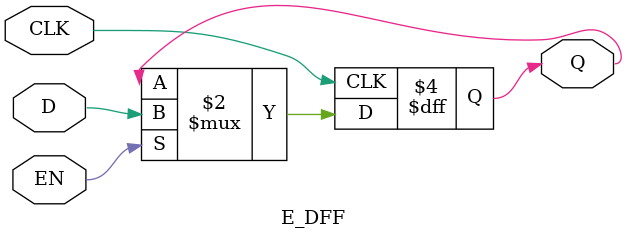
<source format=v>
module E_DFF(CLK, D, EN, Q);
   parameter WIDTH = 1;
   input CLK;
   input EN;
   input [WIDTH-1:0] D;
   output [WIDTH-1:0] Q;
   reg [WIDTH-1:0] 	  Q;

   always @(posedge CLK) begin
      if(EN)
         Q <= D;
   end
   
endmodule

</source>
